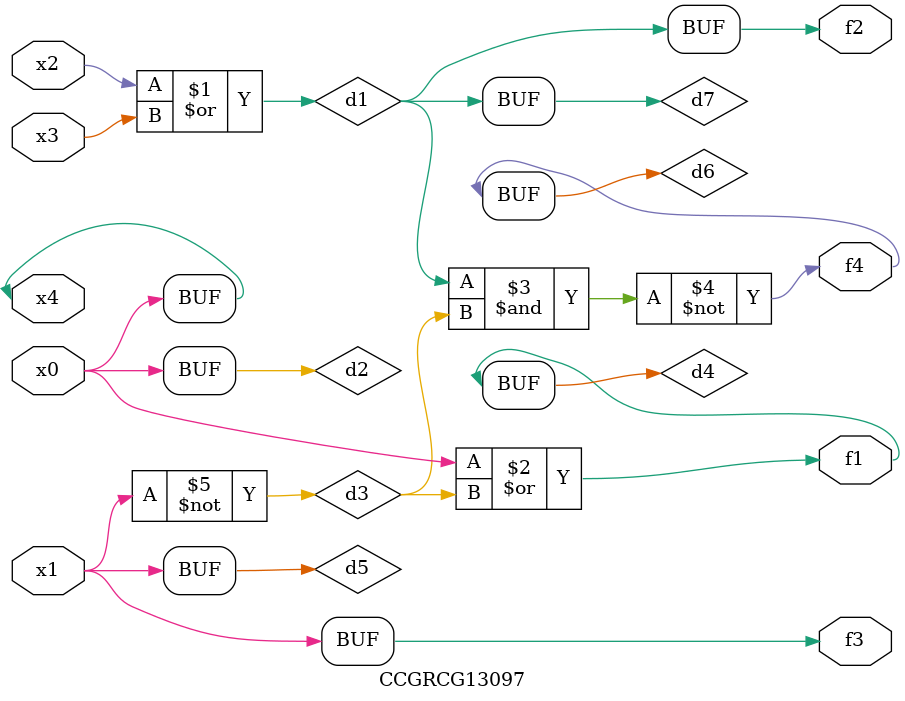
<source format=v>
module CCGRCG13097(
	input x0, x1, x2, x3, x4,
	output f1, f2, f3, f4
);

	wire d1, d2, d3, d4, d5, d6, d7;

	or (d1, x2, x3);
	buf (d2, x0, x4);
	not (d3, x1);
	or (d4, d2, d3);
	not (d5, d3);
	nand (d6, d1, d3);
	or (d7, d1);
	assign f1 = d4;
	assign f2 = d7;
	assign f3 = d5;
	assign f4 = d6;
endmodule

</source>
